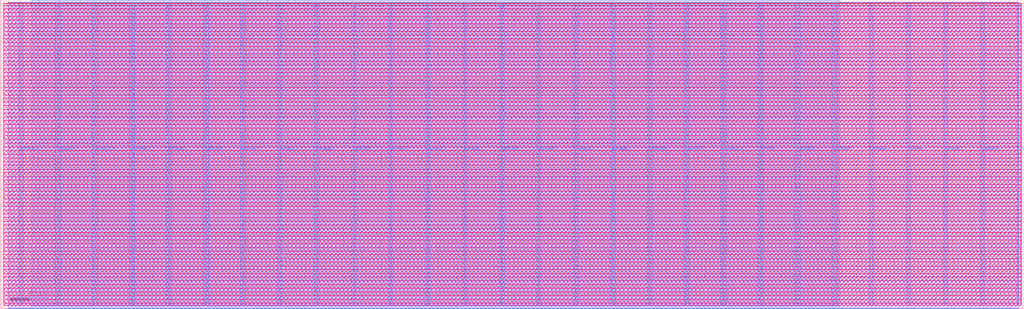
<source format=lef>
VERSION 5.7 ;
  NOWIREEXTENSIONATPIN ON ;
  DIVIDERCHAR "/" ;
  BUSBITCHARS "[]" ;
MACRO tt_um_schoeberl_wildcat
  CLASS BLOCK ;
  FOREIGN tt_um_schoeberl_wildcat ;
  ORIGIN 0.000 0.000 ;
  SIZE 1075.760 BY 325.360 ;
  PIN VGND
    DIRECTION INOUT ;
    USE GROUND ;
    PORT
      LAYER Metal4 ;
        RECT 22.180 3.620 23.780 321.740 ;
    END
    PORT
      LAYER Metal4 ;
        RECT 61.050 3.620 62.650 321.740 ;
    END
    PORT
      LAYER Metal4 ;
        RECT 99.920 3.620 101.520 321.740 ;
    END
    PORT
      LAYER Metal4 ;
        RECT 138.790 3.620 140.390 321.740 ;
    END
    PORT
      LAYER Metal4 ;
        RECT 177.660 3.620 179.260 321.740 ;
    END
    PORT
      LAYER Metal4 ;
        RECT 216.530 3.620 218.130 321.740 ;
    END
    PORT
      LAYER Metal4 ;
        RECT 255.400 3.620 257.000 321.740 ;
    END
    PORT
      LAYER Metal4 ;
        RECT 294.270 3.620 295.870 321.740 ;
    END
    PORT
      LAYER Metal4 ;
        RECT 333.140 3.620 334.740 321.740 ;
    END
    PORT
      LAYER Metal4 ;
        RECT 372.010 3.620 373.610 321.740 ;
    END
    PORT
      LAYER Metal4 ;
        RECT 410.880 3.620 412.480 321.740 ;
    END
    PORT
      LAYER Metal4 ;
        RECT 449.750 3.620 451.350 321.740 ;
    END
    PORT
      LAYER Metal4 ;
        RECT 488.620 3.620 490.220 321.740 ;
    END
    PORT
      LAYER Metal4 ;
        RECT 527.490 3.620 529.090 321.740 ;
    END
    PORT
      LAYER Metal4 ;
        RECT 566.360 3.620 567.960 321.740 ;
    END
    PORT
      LAYER Metal4 ;
        RECT 605.230 3.620 606.830 321.740 ;
    END
    PORT
      LAYER Metal4 ;
        RECT 644.100 3.620 645.700 321.740 ;
    END
    PORT
      LAYER Metal4 ;
        RECT 682.970 3.620 684.570 321.740 ;
    END
    PORT
      LAYER Metal4 ;
        RECT 721.840 3.620 723.440 321.740 ;
    END
    PORT
      LAYER Metal4 ;
        RECT 760.710 3.620 762.310 321.740 ;
    END
    PORT
      LAYER Metal4 ;
        RECT 799.580 3.620 801.180 321.740 ;
    END
    PORT
      LAYER Metal4 ;
        RECT 838.450 3.620 840.050 321.740 ;
    END
    PORT
      LAYER Metal4 ;
        RECT 877.320 3.620 878.920 321.740 ;
    END
    PORT
      LAYER Metal4 ;
        RECT 916.190 3.620 917.790 321.740 ;
    END
    PORT
      LAYER Metal4 ;
        RECT 955.060 3.620 956.660 321.740 ;
    END
    PORT
      LAYER Metal4 ;
        RECT 993.930 3.620 995.530 321.740 ;
    END
    PORT
      LAYER Metal4 ;
        RECT 1032.800 3.620 1034.400 321.740 ;
    END
  END VGND
  PIN VPWR
    DIRECTION INOUT ;
    USE POWER ;
    PORT
      LAYER Metal4 ;
        RECT 18.880 3.620 20.480 321.740 ;
    END
    PORT
      LAYER Metal4 ;
        RECT 57.750 3.620 59.350 321.740 ;
    END
    PORT
      LAYER Metal4 ;
        RECT 96.620 3.620 98.220 321.740 ;
    END
    PORT
      LAYER Metal4 ;
        RECT 135.490 3.620 137.090 321.740 ;
    END
    PORT
      LAYER Metal4 ;
        RECT 174.360 3.620 175.960 321.740 ;
    END
    PORT
      LAYER Metal4 ;
        RECT 213.230 3.620 214.830 321.740 ;
    END
    PORT
      LAYER Metal4 ;
        RECT 252.100 3.620 253.700 321.740 ;
    END
    PORT
      LAYER Metal4 ;
        RECT 290.970 3.620 292.570 321.740 ;
    END
    PORT
      LAYER Metal4 ;
        RECT 329.840 3.620 331.440 321.740 ;
    END
    PORT
      LAYER Metal4 ;
        RECT 368.710 3.620 370.310 321.740 ;
    END
    PORT
      LAYER Metal4 ;
        RECT 407.580 3.620 409.180 321.740 ;
    END
    PORT
      LAYER Metal4 ;
        RECT 446.450 3.620 448.050 321.740 ;
    END
    PORT
      LAYER Metal4 ;
        RECT 485.320 3.620 486.920 321.740 ;
    END
    PORT
      LAYER Metal4 ;
        RECT 524.190 3.620 525.790 321.740 ;
    END
    PORT
      LAYER Metal4 ;
        RECT 563.060 3.620 564.660 321.740 ;
    END
    PORT
      LAYER Metal4 ;
        RECT 601.930 3.620 603.530 321.740 ;
    END
    PORT
      LAYER Metal4 ;
        RECT 640.800 3.620 642.400 321.740 ;
    END
    PORT
      LAYER Metal4 ;
        RECT 679.670 3.620 681.270 321.740 ;
    END
    PORT
      LAYER Metal4 ;
        RECT 718.540 3.620 720.140 321.740 ;
    END
    PORT
      LAYER Metal4 ;
        RECT 757.410 3.620 759.010 321.740 ;
    END
    PORT
      LAYER Metal4 ;
        RECT 796.280 3.620 797.880 321.740 ;
    END
    PORT
      LAYER Metal4 ;
        RECT 835.150 3.620 836.750 321.740 ;
    END
    PORT
      LAYER Metal4 ;
        RECT 874.020 3.620 875.620 321.740 ;
    END
    PORT
      LAYER Metal4 ;
        RECT 912.890 3.620 914.490 321.740 ;
    END
    PORT
      LAYER Metal4 ;
        RECT 951.760 3.620 953.360 321.740 ;
    END
    PORT
      LAYER Metal4 ;
        RECT 990.630 3.620 992.230 321.740 ;
    END
    PORT
      LAYER Metal4 ;
        RECT 1029.500 3.620 1031.100 321.740 ;
    END
    PORT
      LAYER Metal4 ;
        RECT 1068.370 3.620 1069.970 321.740 ;
    END
  END VPWR
  PIN clk
    DIRECTION INPUT ;
    USE SIGNAL ;
    ANTENNAGATEAREA 4.738000 ;
    PORT
      LAYER Metal4 ;
        RECT 331.090 324.360 331.390 325.360 ;
    END
  END clk
  PIN ena
    DIRECTION INPUT ;
    USE SIGNAL ;
    PORT
      LAYER Metal4 ;
        RECT 338.370 324.360 338.670 325.360 ;
    END
  END ena
  PIN rst_n
    DIRECTION INPUT ;
    USE SIGNAL ;
    ANTENNAGATEAREA 0.396000 ;
    PORT
      LAYER Metal4 ;
        RECT 323.810 324.360 324.110 325.360 ;
    END
  END rst_n
  PIN ui_in[0]
    DIRECTION INPUT ;
    USE SIGNAL ;
    ANTENNAGATEAREA 0.396000 ;
    PORT
      LAYER Metal4 ;
        RECT 316.530 324.360 316.830 325.360 ;
    END
  END ui_in[0]
  PIN ui_in[1]
    DIRECTION INPUT ;
    USE SIGNAL ;
    ANTENNAGATEAREA 0.396000 ;
    PORT
      LAYER Metal4 ;
        RECT 309.250 324.360 309.550 325.360 ;
    END
  END ui_in[1]
  PIN ui_in[2]
    DIRECTION INPUT ;
    USE SIGNAL ;
    PORT
      LAYER Metal4 ;
        RECT 301.970 324.360 302.270 325.360 ;
    END
  END ui_in[2]
  PIN ui_in[3]
    DIRECTION INPUT ;
    USE SIGNAL ;
    PORT
      LAYER Metal4 ;
        RECT 294.690 324.360 294.990 325.360 ;
    END
  END ui_in[3]
  PIN ui_in[4]
    DIRECTION INPUT ;
    USE SIGNAL ;
    PORT
      LAYER Metal4 ;
        RECT 287.410 324.360 287.710 325.360 ;
    END
  END ui_in[4]
  PIN ui_in[5]
    DIRECTION INPUT ;
    USE SIGNAL ;
    PORT
      LAYER Metal4 ;
        RECT 280.130 324.360 280.430 325.360 ;
    END
  END ui_in[5]
  PIN ui_in[6]
    DIRECTION INPUT ;
    USE SIGNAL ;
    PORT
      LAYER Metal4 ;
        RECT 272.850 324.360 273.150 325.360 ;
    END
  END ui_in[6]
  PIN ui_in[7]
    DIRECTION INPUT ;
    USE SIGNAL ;
    PORT
      LAYER Metal4 ;
        RECT 265.570 324.360 265.870 325.360 ;
    END
  END ui_in[7]
  PIN uio_in[0]
    DIRECTION INPUT ;
    USE SIGNAL ;
    PORT
      LAYER Metal4 ;
        RECT 258.290 324.360 258.590 325.360 ;
    END
  END uio_in[0]
  PIN uio_in[1]
    DIRECTION INPUT ;
    USE SIGNAL ;
    PORT
      LAYER Metal4 ;
        RECT 251.010 324.360 251.310 325.360 ;
    END
  END uio_in[1]
  PIN uio_in[2]
    DIRECTION INPUT ;
    USE SIGNAL ;
    PORT
      LAYER Metal4 ;
        RECT 243.730 324.360 244.030 325.360 ;
    END
  END uio_in[2]
  PIN uio_in[3]
    DIRECTION INPUT ;
    USE SIGNAL ;
    PORT
      LAYER Metal4 ;
        RECT 236.450 324.360 236.750 325.360 ;
    END
  END uio_in[3]
  PIN uio_in[4]
    DIRECTION INPUT ;
    USE SIGNAL ;
    PORT
      LAYER Metal4 ;
        RECT 229.170 324.360 229.470 325.360 ;
    END
  END uio_in[4]
  PIN uio_in[5]
    DIRECTION INPUT ;
    USE SIGNAL ;
    PORT
      LAYER Metal4 ;
        RECT 221.890 324.360 222.190 325.360 ;
    END
  END uio_in[5]
  PIN uio_in[6]
    DIRECTION INPUT ;
    USE SIGNAL ;
    PORT
      LAYER Metal4 ;
        RECT 214.610 324.360 214.910 325.360 ;
    END
  END uio_in[6]
  PIN uio_in[7]
    DIRECTION INPUT ;
    USE SIGNAL ;
    PORT
      LAYER Metal4 ;
        RECT 207.330 324.360 207.630 325.360 ;
    END
  END uio_in[7]
  PIN uio_oe[0]
    DIRECTION OUTPUT ;
    USE SIGNAL ;
    ANTENNADIFFAREA 0.360800 ;
    PORT
      LAYER Metal4 ;
        RECT 83.570 324.360 83.870 325.360 ;
    END
  END uio_oe[0]
  PIN uio_oe[1]
    DIRECTION OUTPUT ;
    USE SIGNAL ;
    ANTENNADIFFAREA 0.360800 ;
    PORT
      LAYER Metal4 ;
        RECT 76.290 324.360 76.590 325.360 ;
    END
  END uio_oe[1]
  PIN uio_oe[2]
    DIRECTION OUTPUT ;
    USE SIGNAL ;
    ANTENNADIFFAREA 0.360800 ;
    PORT
      LAYER Metal4 ;
        RECT 69.010 324.360 69.310 325.360 ;
    END
  END uio_oe[2]
  PIN uio_oe[3]
    DIRECTION OUTPUT ;
    USE SIGNAL ;
    ANTENNADIFFAREA 0.360800 ;
    PORT
      LAYER Metal4 ;
        RECT 61.730 324.360 62.030 325.360 ;
    END
  END uio_oe[3]
  PIN uio_oe[4]
    DIRECTION OUTPUT ;
    USE SIGNAL ;
    ANTENNADIFFAREA 0.360800 ;
    PORT
      LAYER Metal4 ;
        RECT 54.450 324.360 54.750 325.360 ;
    END
  END uio_oe[4]
  PIN uio_oe[5]
    DIRECTION OUTPUT ;
    USE SIGNAL ;
    ANTENNADIFFAREA 0.360800 ;
    PORT
      LAYER Metal4 ;
        RECT 47.170 324.360 47.470 325.360 ;
    END
  END uio_oe[5]
  PIN uio_oe[6]
    DIRECTION OUTPUT ;
    USE SIGNAL ;
    ANTENNADIFFAREA 0.360800 ;
    PORT
      LAYER Metal4 ;
        RECT 39.890 324.360 40.190 325.360 ;
    END
  END uio_oe[6]
  PIN uio_oe[7]
    DIRECTION OUTPUT ;
    USE SIGNAL ;
    ANTENNADIFFAREA 0.360800 ;
    PORT
      LAYER Metal4 ;
        RECT 32.610 324.360 32.910 325.360 ;
    END
  END uio_oe[7]
  PIN uio_out[0]
    DIRECTION OUTPUT ;
    USE SIGNAL ;
    ANTENNADIFFAREA 0.360800 ;
    PORT
      LAYER Metal4 ;
        RECT 141.810 324.360 142.110 325.360 ;
    END
  END uio_out[0]
  PIN uio_out[1]
    DIRECTION OUTPUT ;
    USE SIGNAL ;
    ANTENNADIFFAREA 0.360800 ;
    PORT
      LAYER Metal4 ;
        RECT 134.530 324.360 134.830 325.360 ;
    END
  END uio_out[1]
  PIN uio_out[2]
    DIRECTION OUTPUT ;
    USE SIGNAL ;
    ANTENNADIFFAREA 0.360800 ;
    PORT
      LAYER Metal4 ;
        RECT 127.250 324.360 127.550 325.360 ;
    END
  END uio_out[2]
  PIN uio_out[3]
    DIRECTION OUTPUT ;
    USE SIGNAL ;
    ANTENNADIFFAREA 0.360800 ;
    PORT
      LAYER Metal4 ;
        RECT 119.970 324.360 120.270 325.360 ;
    END
  END uio_out[3]
  PIN uio_out[4]
    DIRECTION OUTPUT ;
    USE SIGNAL ;
    ANTENNADIFFAREA 0.360800 ;
    PORT
      LAYER Metal4 ;
        RECT 112.690 324.360 112.990 325.360 ;
    END
  END uio_out[4]
  PIN uio_out[5]
    DIRECTION OUTPUT ;
    USE SIGNAL ;
    ANTENNADIFFAREA 0.360800 ;
    PORT
      LAYER Metal4 ;
        RECT 105.410 324.360 105.710 325.360 ;
    END
  END uio_out[5]
  PIN uio_out[6]
    DIRECTION OUTPUT ;
    USE SIGNAL ;
    ANTENNADIFFAREA 0.360800 ;
    PORT
      LAYER Metal4 ;
        RECT 98.130 324.360 98.430 325.360 ;
    END
  END uio_out[6]
  PIN uio_out[7]
    DIRECTION OUTPUT ;
    USE SIGNAL ;
    ANTENNADIFFAREA 0.360800 ;
    PORT
      LAYER Metal4 ;
        RECT 90.850 324.360 91.150 325.360 ;
    END
  END uio_out[7]
  PIN uo_out[0]
    DIRECTION OUTPUT ;
    USE SIGNAL ;
    ANTENNADIFFAREA 5.279000 ;
    PORT
      LAYER Metal4 ;
        RECT 200.050 324.360 200.350 325.360 ;
    END
  END uo_out[0]
  PIN uo_out[1]
    DIRECTION OUTPUT ;
    USE SIGNAL ;
    ANTENNADIFFAREA 4.389000 ;
    PORT
      LAYER Metal4 ;
        RECT 192.770 324.360 193.070 325.360 ;
    END
  END uo_out[1]
  PIN uo_out[2]
    DIRECTION OUTPUT ;
    USE SIGNAL ;
    ANTENNADIFFAREA 1.071900 ;
    PORT
      LAYER Metal4 ;
        RECT 185.490 324.360 185.790 325.360 ;
    END
  END uo_out[2]
  PIN uo_out[3]
    DIRECTION OUTPUT ;
    USE SIGNAL ;
    ANTENNADIFFAREA 2.243600 ;
    PORT
      LAYER Metal4 ;
        RECT 178.210 324.360 178.510 325.360 ;
    END
  END uo_out[3]
  PIN uo_out[4]
    DIRECTION OUTPUT ;
    USE SIGNAL ;
    ANTENNADIFFAREA 6.744200 ;
    PORT
      LAYER Metal4 ;
        RECT 170.930 324.360 171.230 325.360 ;
    END
  END uo_out[4]
  PIN uo_out[5]
    DIRECTION OUTPUT ;
    USE SIGNAL ;
    ANTENNADIFFAREA 5.279000 ;
    PORT
      LAYER Metal4 ;
        RECT 163.650 324.360 163.950 325.360 ;
    END
  END uo_out[5]
  PIN uo_out[6]
    DIRECTION OUTPUT ;
    USE SIGNAL ;
    ANTENNADIFFAREA 5.279000 ;
    PORT
      LAYER Metal4 ;
        RECT 156.370 324.360 156.670 325.360 ;
    END
  END uo_out[6]
  PIN uo_out[7]
    DIRECTION OUTPUT ;
    USE SIGNAL ;
    ANTENNADIFFAREA 1.986000 ;
    PORT
      LAYER Metal4 ;
        RECT 149.090 324.360 149.390 325.360 ;
    END
  END uo_out[7]
  OBS
      LAYER Nwell ;
        RECT 2.930 319.280 1072.830 321.870 ;
      LAYER Pwell ;
        RECT 2.930 315.760 1072.830 319.280 ;
      LAYER Nwell ;
        RECT 2.930 311.440 1072.830 315.760 ;
      LAYER Pwell ;
        RECT 2.930 307.920 1072.830 311.440 ;
      LAYER Nwell ;
        RECT 2.930 303.600 1072.830 307.920 ;
      LAYER Pwell ;
        RECT 2.930 300.080 1072.830 303.600 ;
      LAYER Nwell ;
        RECT 2.930 295.760 1072.830 300.080 ;
      LAYER Pwell ;
        RECT 2.930 292.240 1072.830 295.760 ;
      LAYER Nwell ;
        RECT 2.930 287.920 1072.830 292.240 ;
      LAYER Pwell ;
        RECT 2.930 284.400 1072.830 287.920 ;
      LAYER Nwell ;
        RECT 2.930 280.080 1072.830 284.400 ;
      LAYER Pwell ;
        RECT 2.930 276.560 1072.830 280.080 ;
      LAYER Nwell ;
        RECT 2.930 272.240 1072.830 276.560 ;
      LAYER Pwell ;
        RECT 2.930 268.720 1072.830 272.240 ;
      LAYER Nwell ;
        RECT 2.930 264.400 1072.830 268.720 ;
      LAYER Pwell ;
        RECT 2.930 260.880 1072.830 264.400 ;
      LAYER Nwell ;
        RECT 2.930 256.560 1072.830 260.880 ;
      LAYER Pwell ;
        RECT 2.930 253.040 1072.830 256.560 ;
      LAYER Nwell ;
        RECT 2.930 248.720 1072.830 253.040 ;
      LAYER Pwell ;
        RECT 2.930 245.200 1072.830 248.720 ;
      LAYER Nwell ;
        RECT 2.930 240.880 1072.830 245.200 ;
      LAYER Pwell ;
        RECT 2.930 237.360 1072.830 240.880 ;
      LAYER Nwell ;
        RECT 2.930 233.040 1072.830 237.360 ;
      LAYER Pwell ;
        RECT 2.930 229.520 1072.830 233.040 ;
      LAYER Nwell ;
        RECT 2.930 225.200 1072.830 229.520 ;
      LAYER Pwell ;
        RECT 2.930 221.680 1072.830 225.200 ;
      LAYER Nwell ;
        RECT 2.930 217.360 1072.830 221.680 ;
      LAYER Pwell ;
        RECT 2.930 213.840 1072.830 217.360 ;
      LAYER Nwell ;
        RECT 2.930 209.520 1072.830 213.840 ;
      LAYER Pwell ;
        RECT 2.930 206.000 1072.830 209.520 ;
      LAYER Nwell ;
        RECT 2.930 201.680 1072.830 206.000 ;
      LAYER Pwell ;
        RECT 2.930 198.160 1072.830 201.680 ;
      LAYER Nwell ;
        RECT 2.930 193.840 1072.830 198.160 ;
      LAYER Pwell ;
        RECT 2.930 190.320 1072.830 193.840 ;
      LAYER Nwell ;
        RECT 2.930 186.000 1072.830 190.320 ;
      LAYER Pwell ;
        RECT 2.930 182.480 1072.830 186.000 ;
      LAYER Nwell ;
        RECT 2.930 178.160 1072.830 182.480 ;
      LAYER Pwell ;
        RECT 2.930 174.640 1072.830 178.160 ;
      LAYER Nwell ;
        RECT 2.930 170.320 1072.830 174.640 ;
      LAYER Pwell ;
        RECT 2.930 166.800 1072.830 170.320 ;
      LAYER Nwell ;
        RECT 2.930 162.480 1072.830 166.800 ;
      LAYER Pwell ;
        RECT 2.930 158.960 1072.830 162.480 ;
      LAYER Nwell ;
        RECT 2.930 154.640 1072.830 158.960 ;
      LAYER Pwell ;
        RECT 2.930 151.120 1072.830 154.640 ;
      LAYER Nwell ;
        RECT 2.930 146.800 1072.830 151.120 ;
      LAYER Pwell ;
        RECT 2.930 143.280 1072.830 146.800 ;
      LAYER Nwell ;
        RECT 2.930 138.960 1072.830 143.280 ;
      LAYER Pwell ;
        RECT 2.930 135.440 1072.830 138.960 ;
      LAYER Nwell ;
        RECT 2.930 131.120 1072.830 135.440 ;
      LAYER Pwell ;
        RECT 2.930 127.600 1072.830 131.120 ;
      LAYER Nwell ;
        RECT 2.930 123.280 1072.830 127.600 ;
      LAYER Pwell ;
        RECT 2.930 119.760 1072.830 123.280 ;
      LAYER Nwell ;
        RECT 2.930 115.440 1072.830 119.760 ;
      LAYER Pwell ;
        RECT 2.930 111.920 1072.830 115.440 ;
      LAYER Nwell ;
        RECT 2.930 107.600 1072.830 111.920 ;
      LAYER Pwell ;
        RECT 2.930 104.080 1072.830 107.600 ;
      LAYER Nwell ;
        RECT 2.930 99.760 1072.830 104.080 ;
      LAYER Pwell ;
        RECT 2.930 96.240 1072.830 99.760 ;
      LAYER Nwell ;
        RECT 2.930 91.920 1072.830 96.240 ;
      LAYER Pwell ;
        RECT 2.930 88.400 1072.830 91.920 ;
      LAYER Nwell ;
        RECT 2.930 84.080 1072.830 88.400 ;
      LAYER Pwell ;
        RECT 2.930 80.560 1072.830 84.080 ;
      LAYER Nwell ;
        RECT 2.930 76.240 1072.830 80.560 ;
      LAYER Pwell ;
        RECT 2.930 72.720 1072.830 76.240 ;
      LAYER Nwell ;
        RECT 2.930 68.400 1072.830 72.720 ;
      LAYER Pwell ;
        RECT 2.930 64.880 1072.830 68.400 ;
      LAYER Nwell ;
        RECT 2.930 60.560 1072.830 64.880 ;
      LAYER Pwell ;
        RECT 2.930 57.040 1072.830 60.560 ;
      LAYER Nwell ;
        RECT 2.930 52.720 1072.830 57.040 ;
      LAYER Pwell ;
        RECT 2.930 49.200 1072.830 52.720 ;
      LAYER Nwell ;
        RECT 2.930 44.880 1072.830 49.200 ;
      LAYER Pwell ;
        RECT 2.930 41.360 1072.830 44.880 ;
      LAYER Nwell ;
        RECT 2.930 37.040 1072.830 41.360 ;
      LAYER Pwell ;
        RECT 2.930 33.520 1072.830 37.040 ;
      LAYER Nwell ;
        RECT 2.930 29.200 1072.830 33.520 ;
      LAYER Pwell ;
        RECT 2.930 25.680 1072.830 29.200 ;
      LAYER Nwell ;
        RECT 2.930 21.360 1072.830 25.680 ;
      LAYER Pwell ;
        RECT 2.930 17.840 1072.830 21.360 ;
      LAYER Nwell ;
        RECT 2.930 13.520 1072.830 17.840 ;
      LAYER Pwell ;
        RECT 2.930 10.000 1072.830 13.520 ;
      LAYER Nwell ;
        RECT 2.930 5.680 1072.830 10.000 ;
      LAYER Pwell ;
        RECT 2.930 3.490 1072.830 5.680 ;
      LAYER Metal1 ;
        RECT 3.360 3.620 1072.400 321.740 ;
      LAYER Metal2 ;
        RECT 7.980 0.650 1069.830 322.470 ;
      LAYER Metal3 ;
        RECT 7.930 0.140 1069.880 322.420 ;
      LAYER Metal4 ;
        RECT 33.210 324.060 39.590 324.360 ;
        RECT 40.490 324.060 46.870 324.360 ;
        RECT 47.770 324.060 54.150 324.360 ;
        RECT 55.050 324.060 61.430 324.360 ;
        RECT 62.330 324.060 68.710 324.360 ;
        RECT 69.610 324.060 75.990 324.360 ;
        RECT 76.890 324.060 83.270 324.360 ;
        RECT 84.170 324.060 90.550 324.360 ;
        RECT 91.450 324.060 97.830 324.360 ;
        RECT 98.730 324.060 105.110 324.360 ;
        RECT 106.010 324.060 112.390 324.360 ;
        RECT 113.290 324.060 119.670 324.360 ;
        RECT 120.570 324.060 126.950 324.360 ;
        RECT 127.850 324.060 134.230 324.360 ;
        RECT 135.130 324.060 141.510 324.360 ;
        RECT 142.410 324.060 148.790 324.360 ;
        RECT 149.690 324.060 156.070 324.360 ;
        RECT 156.970 324.060 163.350 324.360 ;
        RECT 164.250 324.060 170.630 324.360 ;
        RECT 171.530 324.060 177.910 324.360 ;
        RECT 178.810 324.060 185.190 324.360 ;
        RECT 186.090 324.060 192.470 324.360 ;
        RECT 193.370 324.060 199.750 324.360 ;
        RECT 200.650 324.060 207.030 324.360 ;
        RECT 207.930 324.060 214.310 324.360 ;
        RECT 215.210 324.060 221.590 324.360 ;
        RECT 222.490 324.060 228.870 324.360 ;
        RECT 229.770 324.060 236.150 324.360 ;
        RECT 237.050 324.060 243.430 324.360 ;
        RECT 244.330 324.060 250.710 324.360 ;
        RECT 251.610 324.060 257.990 324.360 ;
        RECT 258.890 324.060 265.270 324.360 ;
        RECT 266.170 324.060 272.550 324.360 ;
        RECT 273.450 324.060 279.830 324.360 ;
        RECT 280.730 324.060 287.110 324.360 ;
        RECT 288.010 324.060 294.390 324.360 ;
        RECT 295.290 324.060 301.670 324.360 ;
        RECT 302.570 324.060 308.950 324.360 ;
        RECT 309.850 324.060 316.230 324.360 ;
        RECT 317.130 324.060 323.510 324.360 ;
        RECT 324.410 324.060 330.790 324.360 ;
        RECT 331.690 324.060 338.070 324.360 ;
        RECT 338.970 324.060 881.860 324.360 ;
        RECT 32.620 322.040 881.860 324.060 ;
        RECT 32.620 3.320 57.450 322.040 ;
        RECT 59.650 3.320 60.750 322.040 ;
        RECT 62.950 3.320 96.320 322.040 ;
        RECT 98.520 3.320 99.620 322.040 ;
        RECT 101.820 3.320 135.190 322.040 ;
        RECT 137.390 3.320 138.490 322.040 ;
        RECT 140.690 3.320 174.060 322.040 ;
        RECT 176.260 3.320 177.360 322.040 ;
        RECT 179.560 3.320 212.930 322.040 ;
        RECT 215.130 3.320 216.230 322.040 ;
        RECT 218.430 3.320 251.800 322.040 ;
        RECT 254.000 3.320 255.100 322.040 ;
        RECT 257.300 3.320 290.670 322.040 ;
        RECT 292.870 3.320 293.970 322.040 ;
        RECT 296.170 3.320 329.540 322.040 ;
        RECT 331.740 3.320 332.840 322.040 ;
        RECT 335.040 3.320 368.410 322.040 ;
        RECT 370.610 3.320 371.710 322.040 ;
        RECT 373.910 3.320 407.280 322.040 ;
        RECT 409.480 3.320 410.580 322.040 ;
        RECT 412.780 3.320 446.150 322.040 ;
        RECT 448.350 3.320 449.450 322.040 ;
        RECT 451.650 3.320 485.020 322.040 ;
        RECT 487.220 3.320 488.320 322.040 ;
        RECT 490.520 3.320 523.890 322.040 ;
        RECT 526.090 3.320 527.190 322.040 ;
        RECT 529.390 3.320 562.760 322.040 ;
        RECT 564.960 3.320 566.060 322.040 ;
        RECT 568.260 3.320 601.630 322.040 ;
        RECT 603.830 3.320 604.930 322.040 ;
        RECT 607.130 3.320 640.500 322.040 ;
        RECT 642.700 3.320 643.800 322.040 ;
        RECT 646.000 3.320 679.370 322.040 ;
        RECT 681.570 3.320 682.670 322.040 ;
        RECT 684.870 3.320 718.240 322.040 ;
        RECT 720.440 3.320 721.540 322.040 ;
        RECT 723.740 3.320 757.110 322.040 ;
        RECT 759.310 3.320 760.410 322.040 ;
        RECT 762.610 3.320 795.980 322.040 ;
        RECT 798.180 3.320 799.280 322.040 ;
        RECT 801.480 3.320 834.850 322.040 ;
        RECT 837.050 3.320 838.150 322.040 ;
        RECT 840.350 3.320 873.720 322.040 ;
        RECT 875.920 3.320 877.020 322.040 ;
        RECT 879.220 3.320 881.860 322.040 ;
        RECT 32.620 0.090 881.860 3.320 ;
  END
END tt_um_schoeberl_wildcat
END LIBRARY


</source>
